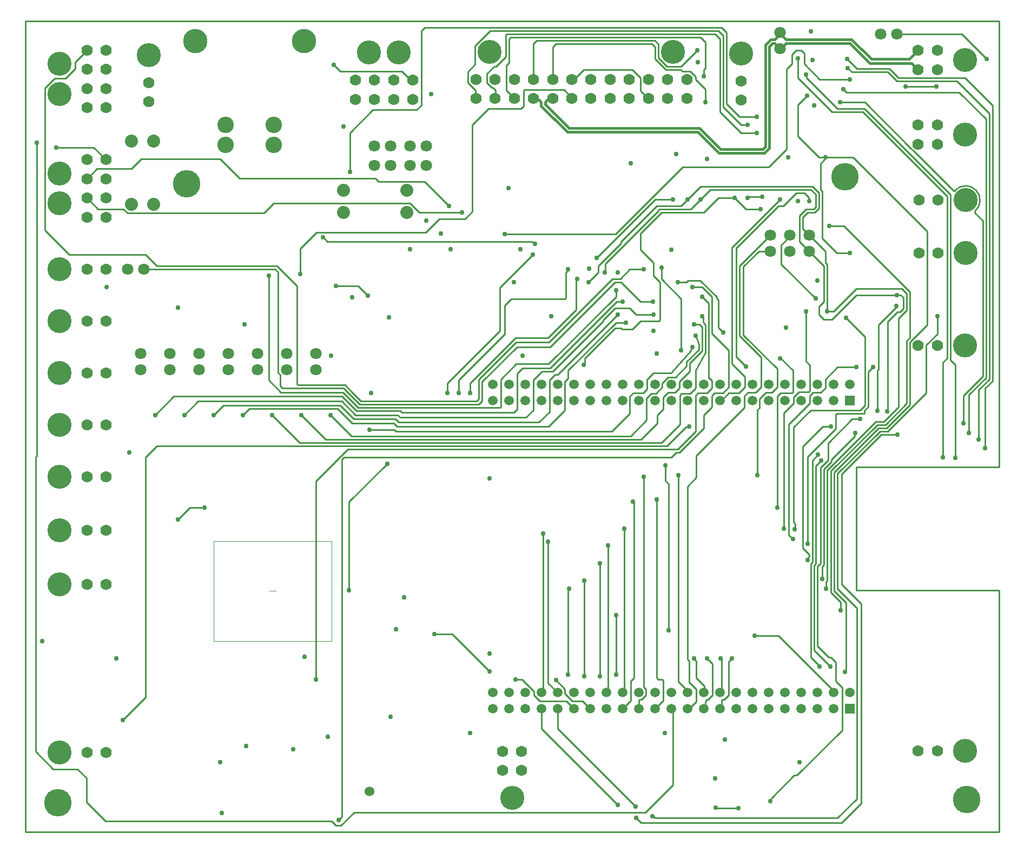
<source format=gbl>
G04*
G04 #@! TF.GenerationSoftware,Altium Limited,Altium Designer,22.9.1 (49)*
G04*
G04 Layer_Physical_Order=4*
G04 Layer_Color=16711680*
%FSLAX25Y25*%
%MOIN*%
G70*
G04*
G04 #@! TF.SameCoordinates,36EF0E7F-D301-4510-A27B-750B1A952FF3*
G04*
G04*
G04 #@! TF.FilePolarity,Positive*
G04*
G01*
G75*
%ADD13C,0.01000*%
%ADD16C,0.00197*%
%ADD17C,0.00394*%
%ADD37C,0.03000*%
%ADD122C,0.01500*%
%ADD123C,0.05906*%
%ADD124R,0.05906X0.05906*%
%ADD125C,0.07000*%
%ADD126C,0.14800*%
%ADD127C,0.07087*%
%ADD128C,0.08000*%
%ADD129C,0.16929*%
%ADD130C,0.10158*%
%ADD131C,0.06000*%
%ADD132C,0.15000*%
%ADD146C,0.01000*%
D13*
X545953Y421461D02*
G03*
X547561Y419853I4247J2639D01*
G01*
X585495Y382920D02*
G03*
X585494Y382920I707J-708D01*
G01*
X585509Y382935D02*
G03*
X573130Y395716I-6009J6565D01*
G01*
X585495Y382920D02*
G03*
X585494Y382920I707J-708D01*
G01*
X585509Y382935D02*
G03*
X573130Y395716I-6009J6565D01*
G01*
X573122Y395707D02*
G03*
X573130Y395716I-707J707D01*
G01*
X545953Y421461D02*
G03*
X547561Y419853I4247J2639D01*
G01*
X525843Y249000D02*
X530803D01*
X527500Y245000D02*
X537500D01*
X503000Y152500D02*
Y220500D01*
X498500Y221657D02*
X525843Y249000D01*
X526672Y247000D02*
X531632D01*
X503000Y220500D02*
X527500Y245000D01*
X500500Y150000D02*
Y220828D01*
X498500Y148500D02*
Y221657D01*
X500500Y220828D02*
X526672Y247000D01*
X494674Y229159D02*
Y239674D01*
X492000Y164772D02*
Y223657D01*
X490000Y165601D02*
Y224485D01*
X525000Y251000D02*
X529975D01*
X494000Y154757D02*
Y222828D01*
X498674Y227503D01*
X492000Y223657D02*
X496674Y228331D01*
X487000Y225728D02*
X490381Y229109D01*
X496500Y147672D02*
Y222500D01*
X525000Y251000D01*
X490000Y224485D02*
X494674Y229159D01*
X487000Y165429D02*
Y225728D01*
X496674Y228331D02*
Y229674D01*
X485000Y229074D02*
X488632Y232706D01*
X498674Y227503D02*
Y227674D01*
X485000Y166257D02*
Y229074D01*
X495260Y107500D02*
X496500D01*
X496674Y229674D02*
X511129Y244129D01*
X524000Y253000D02*
X529147D01*
X498674Y227674D02*
X524000Y253000D01*
X488000Y114760D02*
Y163601D01*
X494674Y239674D02*
X509500Y254500D01*
X488000Y114760D02*
X495260Y107500D01*
X503000Y152500D02*
X515000Y140500D01*
X500500Y150000D02*
X512453Y138047D01*
X493500Y154257D02*
X494000Y154757D01*
X493500Y150000D02*
Y154257D01*
X498500Y148500D02*
X505750Y141250D01*
X496500Y147672D02*
X502500Y141672D01*
X486000Y112000D02*
X496000Y102000D01*
X488000Y163601D02*
X490000Y165601D01*
X486000Y164429D02*
X487000Y165429D01*
X484000Y165257D02*
X485000Y166257D01*
X484000Y107743D02*
Y165257D01*
X486000Y112000D02*
Y164429D01*
X491000Y163772D02*
X492000Y164772D01*
X491000Y156000D02*
Y163772D01*
X484000Y107743D02*
X489500Y102243D01*
X483000Y170041D02*
Y171000D01*
X482383Y169424D02*
X483000Y170041D01*
X482383Y167883D02*
Y169424D01*
X479000Y175000D02*
X483000Y171000D01*
X482000Y231257D02*
X499500Y248757D01*
X482000Y177500D02*
Y231257D01*
Y167500D02*
X482383Y167883D01*
X479000Y175000D02*
Y237500D01*
X500086Y258000D02*
X517000D01*
X499500Y248757D02*
Y257414D01*
X479000Y237500D02*
X491500Y250000D01*
X496500D01*
X499500Y257414D02*
X500086Y258000D01*
X474383Y189054D02*
X474500Y189172D01*
X474383Y186883D02*
Y189054D01*
X474000Y186500D02*
X474383Y186883D01*
X473500Y191000D02*
X474500Y190000D01*
Y189172D02*
Y190000D01*
X473500Y191000D02*
Y249500D01*
X484000Y260000D01*
X232000Y469000D02*
X239000Y462000D01*
X190000Y473000D02*
X194000Y469000D01*
X232000D01*
X246000Y401000D02*
X261000Y386000D01*
X217868Y401000D02*
X246000D01*
X497000Y316000D02*
X512000Y331000D01*
X492000Y316000D02*
X497000D01*
X489000Y319000D02*
X492000Y316000D01*
X506000Y456000D02*
X575500D01*
X531500Y468500D02*
X537000Y463000D01*
X538041Y465000D02*
X579000D01*
X575500Y456000D02*
X592000Y439500D01*
X489500Y464000D02*
X508000D01*
X537000Y463000D02*
X574000D01*
X532541Y470500D02*
X538041Y465000D01*
X579000D02*
X596000Y448000D01*
X574000Y463000D02*
X594000Y443000D01*
X504000Y458000D02*
X506000Y456000D01*
X542500Y459500D02*
X561500D01*
X480000Y473500D02*
X489500Y464000D01*
X512500Y470500D02*
X532541D01*
X509404Y468500D02*
X531500D01*
X506952Y470952D02*
X509404Y468500D01*
X506500Y476500D02*
X512500Y470500D01*
X537000Y492000D02*
X577000D01*
X592500Y476500D01*
X318000Y63500D02*
Y76000D01*
Y63500D02*
X365000Y16500D01*
X376500Y8500D02*
X379500Y5500D01*
X503000D01*
X387041Y9500D02*
X388041Y8500D01*
X500500D01*
X512453Y20453D01*
X386500Y9500D02*
X387041D01*
X503000Y5500D02*
X515000Y17500D01*
Y140500D01*
X512453Y20453D02*
Y138047D01*
X425500Y15000D02*
X425750Y14750D01*
X439250D02*
X439500Y14500D01*
X425750Y14750D02*
X439250D01*
X511129Y244129D02*
Y245629D01*
X511500Y246000D01*
X464000Y121000D02*
X499000Y86000D01*
X529975Y251000D02*
X543200Y264225D01*
X531632Y247000D02*
X555200Y270568D01*
Y300271D01*
X545200Y263397D02*
Y302071D01*
X529147Y253000D02*
X538000Y261853D01*
X530803Y249000D02*
X545200Y263397D01*
X538000Y261853D02*
Y316515D01*
X543200Y264225D02*
Y302899D01*
X505030Y99221D02*
X505750Y99941D01*
X505030Y98680D02*
Y99221D01*
X505750Y99941D02*
Y141250D01*
X502500Y136500D02*
Y141672D01*
X470500Y183000D02*
Y251203D01*
X483453Y264156D01*
X470500Y183000D02*
X473000Y180500D01*
X505931Y316854D02*
X517500Y305285D01*
X505717Y316854D02*
X505931D01*
X438000Y293000D02*
X444000Y287000D01*
X517500Y263000D02*
Y305285D01*
X359000Y86000D02*
Y176500D01*
X133000Y403000D02*
X215868D01*
X132000D02*
X133000D01*
X402500Y92500D02*
X409000Y86000D01*
X319000D02*
Y184000D01*
X369000Y86000D02*
Y187000D01*
X333000Y345000D02*
X335000Y347000D01*
X334630Y347370D02*
X335000Y347000D01*
X429000Y86000D02*
Y106500D01*
Y76000D02*
Y80961D01*
X419000Y76000D02*
Y80500D01*
X397586Y283000D02*
X398000D01*
X387000D02*
X397586D01*
X399000Y29000D02*
Y76000D01*
X547561Y419853D02*
X572000Y395414D01*
X517414Y450000D02*
X545953Y421461D01*
X585201Y382627D02*
X585494Y382920D01*
X585495Y382920D02*
X585509Y382935D01*
X585201Y382213D02*
Y382627D01*
X572000Y395414D02*
X572414D01*
X585201Y381799D02*
Y382213D01*
X572414Y395414D02*
X572829D01*
X495500Y373500D02*
X504500D01*
X545000Y333000D01*
X328000Y63500D02*
Y76000D01*
Y63500D02*
X376000Y15500D01*
X475487Y34815D02*
X503453Y62781D01*
Y89047D01*
X473806Y34815D02*
X475487D01*
X510000Y416000D02*
X555700Y370300D01*
X555200Y300271D02*
X562000Y307071D01*
Y318000D01*
X545000Y304699D02*
Y333000D01*
X555700Y312571D02*
Y370300D01*
X543200Y302899D02*
X545000Y304699D01*
X545200Y302071D02*
X555700Y312571D01*
X489500Y102000D02*
Y102243D01*
X199500Y203500D02*
X223000Y227000D01*
X199500Y149000D02*
Y203500D01*
X596000Y278000D02*
Y448000D01*
X594000Y279000D02*
Y443000D01*
X592000Y280000D02*
Y439500D01*
X585201Y381799D02*
X590000Y377000D01*
X572829Y395414D02*
X573121Y395707D01*
X516000Y444000D02*
X568000Y392000D01*
X517000Y446000D02*
X570000Y393000D01*
X500343Y446000D02*
X517000D01*
X568000Y292000D02*
Y392000D01*
X570000Y291000D02*
Y393000D01*
X502000Y450000D02*
X517414D01*
X497000Y444000D02*
X516000D01*
X481470Y464873D02*
X500343Y446000D01*
X565500Y289500D02*
X568000Y292000D01*
X476000Y465000D02*
X497000Y444000D01*
X578000Y268828D02*
X590000Y280828D01*
Y377000D01*
X570000Y291000D02*
X573000Y288000D01*
X489000Y416000D02*
X493000D01*
X476000Y429000D02*
X489000Y416000D01*
X476000Y448298D02*
X481702Y454000D01*
X476000Y429000D02*
Y448298D01*
Y465000D02*
Y477000D01*
X481000Y467000D02*
X481470Y466530D01*
Y464873D02*
Y466530D01*
X565500Y231000D02*
Y289500D01*
X493000Y416000D02*
X510000D01*
X101500Y200000D02*
X110500D01*
X94000Y192500D02*
X101500Y200000D01*
X302000Y94000D02*
X306297D01*
X313500Y86797D01*
Y84203D02*
Y86797D01*
Y84203D02*
X317156Y80547D01*
X333453D01*
X338000Y76000D01*
X327000Y93500D02*
X332453Y88047D01*
Y85250D02*
Y88047D01*
Y85250D02*
X337156Y80547D01*
X343453D01*
X348000Y76000D01*
X322250Y91750D02*
Y179000D01*
Y91750D02*
X328000Y86000D01*
X329000D01*
X334500Y97000D02*
Y148824D01*
X344547Y96000D02*
Y154953D01*
X344500Y155000D02*
X344547Y154953D01*
X212000Y248000D02*
X227541D01*
X7000Y231672D02*
Y425000D01*
X6500Y49500D02*
Y231172D01*
Y49500D02*
X17250Y38750D01*
X6500Y231172D02*
X7000Y231672D01*
X74000Y231000D02*
X81000Y238000D01*
X60000Y69000D02*
X74000Y83000D01*
Y231000D01*
X195180Y229594D02*
X196586Y231000D01*
X195180Y9262D02*
Y229594D01*
X193330Y7580D02*
X193498D01*
X193000Y7250D02*
X193330Y7580D01*
X193498D02*
X195180Y9262D01*
X196586Y231000D02*
X398000D01*
X292500Y309000D02*
Y335642D01*
X312740Y355882D01*
X295500Y324500D02*
X299500Y328500D01*
X332414D01*
X333000Y329086D01*
Y345000D01*
X480000Y473500D02*
Y480000D01*
X186218Y364000D02*
X312164D01*
X179500Y369750D02*
X246750D01*
X336800Y452200D02*
X337000Y452000D01*
X246750Y369750D02*
X255000Y378000D01*
X312164Y364000D02*
X313664Y362500D01*
X271000Y378000D02*
X275500Y382500D01*
X183500Y366500D02*
X183718D01*
X255000Y378000D02*
X271000D01*
X183718Y366500D02*
X186218Y364000D01*
X313664Y362500D02*
X314000D01*
X169500Y359750D02*
X179500Y369750D01*
X316500Y252500D02*
X323000Y259000D01*
Y278500D02*
X326500Y282000D01*
X323000Y259000D02*
Y278500D01*
X490297Y271000D02*
X493000Y273703D01*
Y279000D02*
X500500Y286500D01*
X493000Y273703D02*
Y279000D01*
X500500Y286500D02*
X512000D01*
X483453Y264156D02*
Y268953D01*
X485500Y271000D02*
X490297D01*
X483453Y268953D02*
X485500Y271000D01*
X476924Y271424D02*
X482751D01*
X483500Y272173D01*
X473453Y267953D02*
X476924Y271424D01*
X483500Y272173D02*
Y287797D01*
X473453Y264156D02*
Y267953D01*
X473000Y271086D02*
Y284500D01*
X465500Y292000D02*
X473000Y284500D01*
X472414Y270500D02*
X473000Y271086D01*
X465500Y270500D02*
X472414D01*
X452500Y261500D02*
Y267000D01*
X456500Y271000D01*
X460297D01*
X451000Y260000D02*
X452500Y261500D01*
X420000Y270500D02*
X423000Y273500D01*
Y278297D01*
X414500Y270500D02*
X420000D01*
X445250Y271000D02*
X450297D01*
X443000Y268750D02*
X445250Y271000D01*
X443000Y261500D02*
Y268750D01*
X413500Y232000D02*
X443000Y261500D01*
X423000Y269000D02*
X424726Y270726D01*
X430024D01*
X423000Y262000D02*
Y269000D01*
X418000Y257000D02*
X423000Y262000D01*
X421000Y280139D02*
X421369Y279771D01*
X421000Y280139D02*
Y326000D01*
X421448Y279850D02*
X423000Y278297D01*
X430024Y270726D02*
X433453Y274156D01*
X413000Y269000D02*
X414500Y270500D01*
X402000Y236000D02*
X413000Y247000D01*
Y269000D01*
X383000Y279000D02*
X387000Y283000D01*
X383000Y273000D02*
Y279000D01*
X380687Y270687D02*
X383000Y273000D01*
X409750Y270453D02*
X413000Y273703D01*
Y284766D02*
X419000Y295686D01*
X413000Y273703D02*
Y284766D01*
X440000Y441000D02*
X450768D01*
X441000Y431000D02*
X450768D01*
X194596Y4000D02*
X202696Y12100D01*
X188904Y6500D02*
X191404Y4000D01*
X194596D01*
X363672Y368500D02*
X405172Y410000D01*
X295500Y368500D02*
X363672D01*
X49500Y6500D02*
X188904D01*
X37750Y18250D02*
X49500Y6500D01*
X478000Y482000D02*
X480000Y480000D01*
X475000Y482000D02*
X478000D01*
X472343Y479343D02*
X475000Y482000D01*
X472343Y473500D02*
Y479343D01*
X469000Y470157D02*
X472343Y473500D01*
X469000Y421000D02*
Y470157D01*
X307586Y457500D02*
X332000D01*
X336800Y452700D01*
Y452200D02*
Y452700D01*
X307000Y447500D02*
Y456914D01*
X307586Y457500D01*
X305500Y446000D02*
X307000Y447500D01*
X285500Y446000D02*
X305500D01*
X275500Y436000D02*
X285500Y446000D01*
X275500Y382500D02*
Y436000D01*
X405172Y410000D02*
X458000D01*
X469000Y421000D01*
X191500Y336500D02*
X205000D01*
X211000Y330500D01*
X374978Y201686D02*
Y203022D01*
X374500Y203500D02*
X374978Y203022D01*
Y201686D02*
X375000Y201664D01*
Y95000D02*
Y201664D01*
X389000Y95000D02*
Y205000D01*
Y95000D02*
X390000Y94000D01*
X295500Y307000D02*
Y324500D01*
X260000Y276500D02*
X292500Y309000D01*
X260000Y270500D02*
Y276500D01*
X267000Y270500D02*
Y278500D01*
X295500Y307000D01*
X339522Y339186D02*
Y340522D01*
X339500Y322000D02*
Y339164D01*
X339522Y340522D02*
X340000Y341000D01*
X339500Y339164D02*
X339522Y339186D01*
X302000Y304500D02*
X322000D01*
X339500Y322000D01*
X274000Y270500D02*
Y276500D01*
X302000Y304500D01*
X279500Y279000D02*
X302500Y302000D01*
X322657D02*
X361720Y341063D01*
X302500Y302000D02*
X322657D01*
X279500Y267000D02*
Y279000D01*
X278164Y265664D02*
X279500Y267000D01*
X206664Y265664D02*
X278164D01*
X201500Y270828D02*
X206664Y265664D01*
X201500Y270828D02*
Y271000D01*
X197000Y275500D02*
X201500Y271000D01*
X168086Y275500D02*
X197000D01*
X167500Y276086D02*
Y336500D01*
Y276086D02*
X168086Y275500D01*
X196000Y273500D02*
X206000Y263500D01*
X158500Y273500D02*
X196000D01*
X195672Y271000D02*
X205172Y261500D01*
X157500Y271000D02*
X195672D01*
X91500Y268500D02*
X195000D01*
X205172Y261500D02*
X292414D01*
X195000Y268500D02*
X204000Y259500D01*
X155000Y349000D02*
X167500Y336500D01*
X154000Y347000D02*
X155957Y345043D01*
Y282911D02*
X157000Y281868D01*
X155957Y282911D02*
Y345043D01*
X73000Y347000D02*
X154000D01*
X303000Y299000D02*
X323500D01*
X281500Y277500D02*
X303000Y299000D01*
X281500Y265500D02*
Y277500D01*
X279500Y263500D02*
X281500Y265500D01*
X206000Y263500D02*
X279500D01*
X292414Y261500D02*
X293000Y262086D01*
Y279000D01*
X157000Y275000D02*
X158500Y273500D01*
X157000Y275000D02*
Y281868D01*
X363500Y339000D02*
X367000D01*
X323500Y299000D02*
X363500Y339000D01*
X364000Y330000D02*
Y334000D01*
X367000Y339000D02*
X379000Y327000D01*
X322500Y288500D02*
X364000Y330000D01*
X302500Y288500D02*
X322500D01*
X293000Y279000D02*
X302500Y288500D01*
X231000Y259500D02*
X232000Y258500D01*
X204000Y259500D02*
X231000D01*
X232000Y258500D02*
X301000D01*
X80000Y257000D02*
X91500Y268500D01*
X150000Y278500D02*
X157500Y271000D01*
X150000Y278500D02*
Y343000D01*
X303000Y282500D02*
X306500Y286000D01*
X323515D01*
X303000Y260500D02*
Y282500D01*
X301000Y258500D02*
X303000Y260500D01*
X229500Y257000D02*
X231000Y255500D01*
X203500Y257000D02*
X229500D01*
X231000Y255500D02*
X308500D01*
X195000Y265500D02*
X203500Y257000D01*
X106500Y265500D02*
X195000D01*
X313000Y278500D02*
X318500Y284000D01*
X313000Y260000D02*
Y278500D01*
X308500Y255500D02*
X313000Y260000D01*
X318500Y284000D02*
X325000D01*
X332500Y277500D02*
X334547Y279547D01*
X328000Y282000D02*
X365000Y319000D01*
X332500Y261000D02*
X332586Y260914D01*
X334547Y279547D02*
Y284547D01*
X332586Y260086D02*
Y260914D01*
X332500Y261000D02*
Y277500D01*
X334547Y284547D02*
X364000Y314000D01*
X326500Y282000D02*
X328000D01*
X322500Y250000D02*
X332586Y260086D01*
X230000Y252500D02*
X316500D01*
X228000Y254500D02*
X230000Y252500D01*
X202500Y254500D02*
X228000D01*
X201500Y252000D02*
X227000D01*
X229000Y250000D01*
X322500D01*
X98000Y257000D02*
X106500Y265500D01*
X138000Y261000D02*
X192500D01*
X116000Y257000D02*
X122000Y263000D01*
X194000D01*
X202500Y254500D01*
X192500Y261000D02*
X201500Y252000D01*
X325000Y284000D02*
X356000Y315000D01*
Y315657D01*
X323515Y286000D02*
X364515Y327000D01*
X368000D01*
X361500Y247000D02*
X372500Y258000D01*
X373000Y244000D02*
X382818Y253818D01*
Y267318D01*
X385953Y270453D01*
X228541Y247000D02*
X361500D01*
X374687Y270687D02*
X380687D01*
X372500Y268500D02*
X374687Y270687D01*
X372500Y258000D02*
Y268500D01*
X389364Y251864D02*
Y256864D01*
X393000Y260500D01*
Y268000D01*
X388750Y270453D02*
X392453Y274156D01*
X385953Y270453D02*
X388750D01*
X201000Y244000D02*
X373000D01*
X396000Y271000D02*
X400500D01*
X403453Y251453D02*
Y269453D01*
X404453Y270453D01*
X393000Y268000D02*
X396000Y271000D01*
X400500D02*
X403000Y273500D01*
X404453Y270453D02*
X409750D01*
X379500Y242000D02*
X389364Y251864D01*
X185000Y242000D02*
X379500D01*
X392000Y240000D02*
X403453Y251453D01*
X400738Y280453D02*
X407500Y287215D01*
Y289843D02*
X415000Y297343D01*
X409500Y289015D02*
X417000Y296515D01*
X407500Y287215D02*
Y289843D01*
X403000Y277500D02*
X409500Y284000D01*
Y289015D01*
X403000Y273500D02*
Y277500D01*
X396156Y280453D02*
X400738D01*
X392453Y276750D02*
X396156Y280453D01*
X392453Y274156D02*
Y276750D01*
X169000Y240000D02*
X392000D01*
X81000Y238000D02*
X395500D01*
X408522Y249522D02*
X409000Y250000D01*
X407022Y249522D02*
X408522D01*
X395500Y238000D02*
X407022Y249522D01*
X134000Y257000D02*
X138000Y261000D01*
X169500Y344000D02*
Y359750D01*
X373000Y93000D02*
X375000Y95000D01*
X368000Y76000D02*
X373000Y81000D01*
Y93000D01*
X381000Y89297D02*
Y219000D01*
X403000Y234000D02*
X418000Y249000D01*
X198757Y236000D02*
X402000D01*
X398000Y231000D02*
X401000Y234000D01*
X403000D01*
X418000Y249000D02*
Y257000D01*
X381000Y89297D02*
X382453Y87844D01*
X378000Y76000D02*
Y80961D01*
X378586Y81547D01*
X379844D01*
X382453Y84156D01*
Y87844D01*
X392414Y94000D02*
X393000Y93414D01*
X390000Y94000D02*
X392414D01*
X393000Y81000D02*
Y93414D01*
X388000Y76000D02*
X393000Y81000D01*
X531202Y259298D02*
X531500Y259596D01*
Y314500D01*
X537500Y320500D01*
X525000Y259500D02*
Y284404D01*
X525750Y285154D01*
X509500Y254500D02*
X514500D01*
X499500Y93000D02*
Y104500D01*
X496500Y107500D02*
X499500Y104500D01*
Y93000D02*
X503453Y89047D01*
X538000Y316515D02*
X543000Y321515D01*
X420000Y107000D02*
X423500Y103500D01*
X412000Y106664D02*
Y107000D01*
X428500D02*
X429000Y106500D01*
X433453Y104953D02*
X435500Y107000D01*
X413500Y95000D02*
Y105164D01*
X412000Y106664D02*
X413500Y105164D01*
X449500Y121000D02*
X464000D01*
X517000Y259672D02*
X519500Y262172D01*
Y283500D02*
X522500Y286500D01*
X519500Y262172D02*
Y283500D01*
X517000Y258000D02*
Y259672D01*
X484000Y260000D02*
X514500D01*
X517500Y263000D01*
X481000Y290297D02*
X483500Y287797D01*
X467500Y187000D02*
Y258203D01*
X473453Y264156D01*
X465000Y292000D02*
X465500D01*
X463500Y268500D02*
X465500Y270500D01*
X463500Y200000D02*
Y268500D01*
X442586Y306414D02*
X463453Y285547D01*
Y274156D02*
Y285547D01*
X460297Y271000D02*
X463453Y274156D01*
X573000Y230500D02*
Y288000D01*
X591500Y236500D02*
Y273500D01*
X596000Y278000D01*
X587500Y272500D02*
X594000Y279000D01*
X587500Y242000D02*
Y272500D01*
X581500Y269500D02*
X592000Y280000D01*
X581500Y246000D02*
Y269500D01*
X578000Y252000D02*
Y268828D01*
X541000Y322500D02*
Y329500D01*
X537500Y320500D02*
X539000D01*
X541000Y322500D01*
X543000Y321515D02*
Y332000D01*
X540000Y335000D02*
X543000Y332000D01*
X512000Y335000D02*
X540000D01*
X525750Y312750D02*
X536719Y323719D01*
Y324310D01*
X525750Y285154D02*
Y312750D01*
X539548Y330952D02*
X541000Y329500D01*
X537000Y331000D02*
X537048Y330952D01*
X539548D01*
X512000Y331000D02*
X537000D01*
X481000Y290297D02*
Y321000D01*
X364000Y133500D02*
X364040Y133460D01*
Y123364D02*
Y133460D01*
X354000Y96000D02*
Y165500D01*
X413500Y218500D02*
Y232000D01*
X408000Y213000D02*
X413500Y218500D01*
X408000Y106404D02*
Y213000D01*
Y106404D02*
X409000Y105404D01*
Y92297D02*
Y105404D01*
X396532Y124469D02*
Y214469D01*
X394500Y216500D02*
X396532Y214469D01*
X402500Y92500D02*
Y220000D01*
X413453Y80453D02*
Y87844D01*
X409000Y76000D02*
X413453Y80453D01*
X409000Y92297D02*
X413453Y87844D01*
X413500Y95000D02*
X418633Y89867D01*
Y86367D02*
X419000Y86000D01*
X418633Y86367D02*
Y89867D01*
X433453Y84156D02*
Y104953D01*
X429000Y80961D02*
X429586Y81547D01*
X430844D01*
X433453Y84156D01*
X423500Y84203D02*
Y103500D01*
X420844Y81547D02*
X423500Y84203D01*
X420047Y81547D02*
X420844D01*
X419000Y80500D02*
X420047Y81547D01*
X364000Y97000D02*
Y123324D01*
X364040Y123364D01*
X394500Y216500D02*
Y226000D01*
X65500Y409000D02*
X71500Y415000D01*
X120000D02*
X132000Y403000D01*
X71500Y415000D02*
X120000D01*
X38000Y402700D02*
X44300Y409000D01*
X65500D01*
X202696Y12100D02*
X382100D01*
X37750Y18250D02*
Y33250D01*
X17250Y38750D02*
X32250D01*
X459793Y20803D02*
X473806Y34815D01*
X263000Y122000D02*
X286000Y99000D01*
X252000Y122000D02*
X263000D01*
X491000Y366000D02*
Y395000D01*
X490000Y396000D02*
X491000Y395000D01*
X486485Y382000D02*
X489000Y384515D01*
Y394080D01*
X485080Y398000D02*
X489000Y394080D01*
X484251Y396000D02*
X487000Y393251D01*
X485657Y384000D02*
X487000Y385343D01*
X482702Y389298D02*
Y391298D01*
Y389298D02*
X483000Y389000D01*
X487000Y385343D02*
Y393251D01*
X481000Y384000D02*
X485657D01*
X480000Y394000D02*
X482702Y391298D01*
X491000Y366000D02*
X500000Y357000D01*
X508000D01*
X490000Y396000D02*
Y412000D01*
X492202Y414202D02*
Y414525D01*
X493000Y415324D02*
Y416000D01*
X492202Y414525D02*
X493000Y415324D01*
X490000Y412000D02*
X492202Y414202D01*
X416000Y398000D02*
X485080D01*
X422000Y396000D02*
X484251D01*
X415414Y313000D02*
X417000Y311414D01*
X412000Y313000D02*
X415414D01*
X179000Y216243D02*
X198757Y236000D01*
X179000Y94000D02*
Y216243D01*
X379000Y359000D02*
X387000Y351000D01*
Y343000D02*
Y351000D01*
X379000Y359000D02*
Y369000D01*
X387000Y343000D02*
X391000Y339000D01*
X392000Y341000D02*
Y348000D01*
Y341000D02*
X404293Y328707D01*
X366657Y341063D02*
X372594Y347000D01*
X381000D01*
X361720Y341063D02*
X366657D01*
X391000Y315586D02*
Y339000D01*
X242778Y382000D02*
X269000D01*
X352000Y354000D02*
X388000Y390000D01*
X352000Y353000D02*
Y354000D01*
X388000Y390000D02*
X399000D01*
X404100Y472100D02*
X414000Y482000D01*
X395514Y472100D02*
X404100D01*
X427000Y311000D02*
Y328000D01*
Y311000D02*
X430000Y308000D01*
X483000Y368000D02*
X493000Y358000D01*
X479000Y372000D02*
X483000Y368000D01*
X451000Y220000D02*
Y260000D01*
X440000Y306000D02*
X453453Y292547D01*
X440000Y306000D02*
Y349000D01*
X453453Y274156D02*
Y292547D01*
X450297Y271000D02*
X453453Y274156D01*
X442586Y306414D02*
Y348586D01*
X426000Y329000D02*
X427000Y328000D01*
X426000Y329000D02*
Y329828D01*
X415828Y340000D02*
X426000Y329828D01*
X408370Y340000D02*
X415828D01*
X402000Y339000D02*
X407370D01*
X408370Y340000D01*
X417000Y330000D02*
X421000Y326000D01*
X411000Y336000D02*
X417000D01*
X423000Y307304D02*
X433453Y296851D01*
X423000Y307304D02*
Y330000D01*
X417000Y336000D02*
X423000Y330000D01*
X435453Y288547D02*
Y360453D01*
X443453Y274156D02*
Y280547D01*
X435453Y288547D02*
X443453Y280547D01*
X439844Y270547D02*
X443453Y274156D01*
X433547Y270547D02*
X439844D01*
X442586Y348586D02*
X452000Y358000D01*
X459000D01*
X440000Y349000D02*
X459000Y368000D01*
X493000Y350828D02*
Y358000D01*
Y350828D02*
X494000Y349828D01*
Y321000D02*
Y349828D01*
Y321000D02*
X498000D01*
X512000Y335000D01*
X483000Y358000D02*
X492000Y349000D01*
Y327000D02*
Y349000D01*
X489000Y319000D02*
Y324000D01*
X492000Y327000D01*
X471000Y367000D02*
Y368000D01*
X465957Y361957D02*
X471000Y367000D01*
X465957Y350043D02*
X487000Y329000D01*
X465957Y350043D02*
Y361957D01*
X445518Y391518D02*
X454000D01*
X445000Y391000D02*
X445518Y391518D01*
X437000Y391000D02*
X444000Y384000D01*
X453000D01*
X479000Y379000D02*
X482000Y382000D01*
X479000Y372000D02*
Y379000D01*
X482000Y382000D02*
X486485D01*
X408000Y390000D02*
X416000Y398000D01*
X477000Y364000D02*
X483000Y358000D01*
X477000Y364000D02*
Y380000D01*
X481000Y384000D01*
X416000Y390000D02*
X422000Y396000D01*
X475000Y394000D02*
X480000D01*
X467000Y386000D02*
X475000Y394000D01*
X435453Y360453D02*
X465000Y390000D01*
X464000Y386000D02*
X467000D01*
X438000Y293000D02*
Y360000D01*
X464000Y386000D01*
X382100Y12100D02*
X399000Y29000D01*
X379000Y457000D02*
X383800Y452200D01*
X374000Y470000D02*
X379000Y465000D01*
Y457000D02*
Y465000D01*
X428000Y444000D02*
X441000Y431000D01*
X428000Y444000D02*
Y489000D01*
X344000Y470000D02*
X374000D01*
X336800Y464000D02*
X338000D01*
X344000Y470000D01*
X383800Y452200D02*
X384100D01*
X429000Y266000D02*
X433547Y270547D01*
X419000Y471000D02*
Y487000D01*
X299000Y490000D02*
X416000D01*
X419000Y487000D01*
X298000Y489000D02*
X299000Y490000D01*
X298000Y474212D02*
Y489000D01*
X418000Y466000D02*
Y470000D01*
X296586Y492000D02*
X425000D01*
X428000Y489000D01*
X427000Y494000D02*
X430000Y491000D01*
Y447000D02*
Y491000D01*
X441000Y436000D02*
X445000D01*
X430000Y447000D02*
X441000Y436000D01*
X432100Y448900D02*
Y492900D01*
Y448900D02*
X440000Y441000D01*
X429000Y496000D02*
X432100Y492900D01*
X409771Y469000D02*
X413000Y465771D01*
X419000Y450000D02*
Y458000D01*
X413000Y464000D02*
Y465771D01*
Y464000D02*
X419000Y458000D01*
X418000Y470000D02*
X419000Y471000D01*
X403900Y470100D02*
X405000Y469000D01*
X394685Y470100D02*
X403900D01*
X405000Y469000D02*
X409771D01*
X246000Y496000D02*
X429000D01*
X244000Y494000D02*
X246000Y496000D01*
X296400Y472612D02*
X298000Y474212D01*
X296400Y457200D02*
Y472612D01*
X296000Y478000D02*
Y491414D01*
X296586Y492000D01*
X289100Y472100D02*
X290100D01*
X284600Y467600D02*
X289100Y472100D01*
X290100D02*
X296000Y478000D01*
X388300Y476485D02*
X394685Y470100D01*
X390300Y477314D02*
X395514Y472100D01*
X388300Y476485D02*
Y484000D01*
X390300Y477314D02*
Y485700D01*
X327000Y486000D02*
X386300D01*
X388300Y484000D01*
X388000Y488000D02*
X390300Y485700D01*
X315000Y488000D02*
X388000D01*
X286614Y494000D02*
X427000D01*
Y391000D02*
X437000D01*
X418000Y382000D02*
X427000Y391000D01*
X392000Y382000D02*
X418000D01*
X379000Y369000D02*
X392000Y382000D01*
X390000Y383000D02*
Y383414D01*
X357459Y345459D02*
Y350459D01*
X390000Y383000D01*
X367000Y362828D02*
Y364000D01*
X353000Y348828D02*
X367000Y362828D01*
X353000Y345000D02*
Y348828D01*
X390000Y383414D02*
X390586Y384000D01*
X410000D02*
X416000Y390000D01*
X390586Y384000D02*
X410000D01*
X357000Y345000D02*
X357459Y345459D01*
X389000Y386000D02*
X404000D01*
X367000Y364000D02*
X389000Y386000D01*
X404000D02*
X408000Y390000D01*
X347000Y339000D02*
X353000Y345000D01*
X379000Y315000D02*
X390414D01*
X391000Y315586D01*
X374000Y310000D02*
X379000Y315000D01*
X363343Y323000D02*
X372630D01*
X376630Y319000D02*
X387000D01*
X372630Y323000D02*
X376630Y319000D01*
X363414Y310586D02*
X367243D01*
X367828Y310000D01*
X374000D01*
X344765Y291937D02*
X363414Y310586D01*
X344000Y288000D02*
X344765Y288765D01*
Y291937D01*
X170000Y257000D02*
X185000Y242000D01*
X152000Y257000D02*
X169000Y240000D01*
X227541Y248000D02*
X228541Y247000D01*
X188000Y257000D02*
X201000Y244000D01*
X433453Y274156D02*
Y296851D01*
X364000Y314000D02*
X370000D01*
X404293Y297000D02*
Y328707D01*
X379000Y327000D02*
X386918D01*
X325000Y464000D02*
Y484000D01*
X327000Y486000D01*
X313000Y464000D02*
Y486000D01*
X315000Y488000D01*
X296400Y457200D02*
X301400Y452200D01*
X288071Y459000D02*
X289871Y457200D01*
X287529Y459000D02*
X288071D01*
X284600Y461929D02*
X287529Y459000D01*
X284600Y461929D02*
Y467600D01*
X289600Y452200D02*
X289871Y452471D01*
Y457200D01*
X277300Y484687D02*
X286614Y494000D01*
X244000Y448000D02*
Y494000D01*
X272800Y468800D02*
X277300Y473300D01*
Y484687D01*
X277529Y452471D02*
X277800Y452200D01*
X277529Y452471D02*
Y457200D01*
X272800Y461929D02*
X277529Y457200D01*
X272800Y461929D02*
Y468800D01*
X215868Y403000D02*
X216161Y402707D01*
X217868Y401000D01*
X241200Y445200D02*
X244000Y448000D01*
X214200Y445200D02*
X241200D01*
X200000Y431000D02*
X214200Y445200D01*
X200000Y407000D02*
Y431000D01*
X42300Y422000D02*
X49800Y414500D01*
X19000Y422000D02*
X42300D01*
X60622Y384100D02*
X63222Y381500D01*
X38000Y390900D02*
X44800Y384100D01*
X63222Y381500D02*
X147250D01*
X237278Y387500D02*
X242778Y382000D01*
X44800Y384100D02*
X60622D01*
X147250Y381500D02*
X153250Y387500D01*
X237278D01*
X38000Y402700D02*
X38271Y402429D01*
X27000Y356000D02*
X74000D01*
X12100Y370900D02*
X27000Y356000D01*
X12100Y370900D02*
Y458687D01*
X24687Y464600D02*
X30769Y470683D01*
X18014Y464600D02*
X24687D01*
X12100Y458687D02*
X18014Y464600D01*
X32250Y38750D02*
X37750Y33250D01*
X413000Y306000D02*
X415000Y300657D01*
X409972Y296312D02*
X411000Y299000D01*
X419000Y295686D02*
Y312243D01*
X417765Y314566D02*
X419000Y312243D01*
X417765Y314566D02*
Y317073D01*
X415000Y297343D02*
Y300657D01*
X417000Y296515D02*
Y311414D01*
X398586Y283586D02*
X409972Y296312D01*
X398000Y283000D02*
X398586Y283586D01*
X417000Y317839D02*
X417765Y317073D01*
X30769Y474769D02*
X38000Y482000D01*
X30769Y470683D02*
Y474769D01*
X81000Y349000D02*
X155000D01*
X74000Y356000D02*
X81000Y349000D01*
X356000Y315657D02*
X363343Y323000D01*
X0Y0D02*
X600000D01*
Y149000D01*
X512000D02*
X600000D01*
X512000D02*
Y225000D01*
X600000D01*
Y500000D01*
X0D02*
X600000D01*
X0Y0D02*
Y500000D01*
D16*
X116083Y117594D02*
Y179406D01*
X188917Y117594D02*
Y179406D01*
X116083D02*
X188917D01*
X116083Y117594D02*
X188917D01*
D17*
X150532Y148500D02*
X154469D01*
D37*
X490381Y229109D02*
D03*
X488632Y232706D02*
D03*
X493500Y150000D02*
D03*
X491000Y156000D02*
D03*
X482000Y167500D02*
D03*
Y177500D02*
D03*
X496500Y250000D02*
D03*
X474000Y186500D02*
D03*
X508000Y464000D02*
D03*
X506952Y470952D02*
D03*
X506500Y476500D02*
D03*
X592500D02*
D03*
X561500Y459500D02*
D03*
X542500D02*
D03*
X365000Y16500D02*
D03*
X376500Y8500D02*
D03*
X425500Y15000D02*
D03*
X439500Y14500D02*
D03*
X537500Y245000D02*
D03*
X505717Y316854D02*
D03*
X444000Y287000D02*
D03*
X495500Y373500D02*
D03*
X376000Y15500D02*
D03*
X386500Y9500D02*
D03*
X562000Y318000D02*
D03*
X233500Y144500D02*
D03*
X228500Y125000D02*
D03*
X199500Y149000D02*
D03*
X223000Y227000D02*
D03*
X481702Y454000D02*
D03*
X486000Y448000D02*
D03*
X502000Y450000D02*
D03*
X110500Y200000D02*
D03*
X94000Y192500D02*
D03*
X327000Y93500D02*
D03*
X302000Y94000D02*
D03*
X322250Y179000D02*
D03*
X334500Y97000D02*
D03*
X344547Y96000D02*
D03*
X212000Y248000D02*
D03*
X64000Y234000D02*
D03*
X301000Y339000D02*
D03*
X121000Y11500D02*
D03*
X459000Y19000D02*
D03*
X425000Y33000D02*
D03*
X10500Y117500D02*
D03*
X324000Y318000D02*
D03*
X247000Y377000D02*
D03*
X94235Y323235D02*
D03*
X476000Y477000D02*
D03*
X484000Y493500D02*
D03*
X485000Y476000D02*
D03*
X450768Y431000D02*
D03*
Y441000D02*
D03*
X193000Y7250D02*
D03*
X165000Y51000D02*
D03*
X305000Y359250D02*
D03*
X237000D02*
D03*
X262000D02*
D03*
X314000Y362500D02*
D03*
X295500Y368500D02*
D03*
X477000Y43000D02*
D03*
X186500Y58500D02*
D03*
X188500Y293500D02*
D03*
X201500Y329500D02*
D03*
X191500Y336500D02*
D03*
X211000Y330500D02*
D03*
X389000Y205000D02*
D03*
X374500Y203500D02*
D03*
X381000Y219000D02*
D03*
X260000Y270500D02*
D03*
X274000D02*
D03*
X224263Y317263D02*
D03*
X213000Y270500D02*
D03*
X364000Y334000D02*
D03*
X306500Y293500D02*
D03*
X169500Y344000D02*
D03*
X183500Y366500D02*
D03*
X267000Y270500D02*
D03*
X286000Y218000D02*
D03*
X256000Y369000D02*
D03*
X505030Y98680D02*
D03*
X502500Y136500D02*
D03*
X531202Y259298D02*
D03*
X525000Y259500D02*
D03*
X511500Y246000D02*
D03*
X344500Y155000D02*
D03*
X496000Y102000D02*
D03*
X489500D02*
D03*
X428500Y107000D02*
D03*
X412000D02*
D03*
X420000D02*
D03*
X435500D02*
D03*
X449500Y121000D02*
D03*
X514500Y254500D02*
D03*
X473000Y180500D02*
D03*
X467500Y187000D02*
D03*
X463500Y200000D02*
D03*
X573000Y230500D02*
D03*
X565500Y231000D02*
D03*
X591500Y236500D02*
D03*
X587500Y242000D02*
D03*
X581500Y246000D02*
D03*
X578000Y252000D02*
D03*
X335000Y150000D02*
D03*
X536719Y324310D02*
D03*
X537000Y331000D02*
D03*
X369000Y187000D02*
D03*
X359000Y176500D02*
D03*
X364000Y133500D02*
D03*
X354000Y165500D02*
D03*
X319000Y184000D02*
D03*
X451000Y220000D02*
D03*
X402500D02*
D03*
X396532Y124469D02*
D03*
X364000Y97000D02*
D03*
X354000Y96000D02*
D03*
X394500Y226000D02*
D03*
X522500Y286500D02*
D03*
X512000D02*
D03*
X431000Y57000D02*
D03*
X286000Y110000D02*
D03*
Y99000D02*
D03*
X252000Y122000D02*
D03*
X483000Y389000D02*
D03*
X269000Y382000D02*
D03*
X412000Y313000D02*
D03*
X179000Y94000D02*
D03*
X392000Y348000D02*
D03*
X365000Y345063D02*
D03*
X381000Y347000D02*
D03*
X504000Y458000D02*
D03*
X508000Y357000D02*
D03*
X493000Y416000D02*
D03*
X414500Y474500D02*
D03*
X414000Y482000D02*
D03*
X373000Y412286D02*
D03*
X430000Y308000D02*
D03*
X465000Y292000D02*
D03*
X468744Y311000D02*
D03*
X411000Y336000D02*
D03*
X417000Y330000D02*
D03*
X481000Y467000D02*
D03*
X470000Y416000D02*
D03*
X454000Y391518D02*
D03*
X453000Y384000D02*
D03*
X445000Y391000D02*
D03*
X476000Y389000D02*
D03*
X465000Y390000D02*
D03*
X488000Y340000D02*
D03*
X481000Y321000D02*
D03*
X389000Y295000D02*
D03*
X387000Y309000D02*
D03*
X445000Y436000D02*
D03*
X418000Y466000D02*
D03*
X419000Y450000D02*
D03*
X420000Y415000D02*
D03*
X399000Y390000D02*
D03*
X408000D02*
D03*
X416000D02*
D03*
X437000Y391000D02*
D03*
X344000Y288000D02*
D03*
X357000Y345000D02*
D03*
X347000Y339000D02*
D03*
X352000Y354000D02*
D03*
X347500Y347260D02*
D03*
X340000Y341000D02*
D03*
X409000Y250000D02*
D03*
X417000Y317839D02*
D03*
X402000Y339000D02*
D03*
X413000Y306000D02*
D03*
X386918Y327000D02*
D03*
X370000Y314000D02*
D03*
X411000Y299000D02*
D03*
X387000Y319000D02*
D03*
X404293Y297000D02*
D03*
X365000Y319000D02*
D03*
X368000Y327000D02*
D03*
X334500Y347063D02*
D03*
X297677Y397071D02*
D03*
X261000Y386000D02*
D03*
X190000Y473000D02*
D03*
X19000Y422000D02*
D03*
X7000Y425000D02*
D03*
X200000Y407000D02*
D03*
X401000Y418000D02*
D03*
X398000Y359000D02*
D03*
X494000Y321000D02*
D03*
X487000Y329000D02*
D03*
X394000Y61000D02*
D03*
X150000Y343000D02*
D03*
X312740Y355882D02*
D03*
X250000Y455000D02*
D03*
X196000Y435000D02*
D03*
X135000Y313000D02*
D03*
X50000Y336000D02*
D03*
X225000Y71000D02*
D03*
X172000Y108000D02*
D03*
X136000Y53000D02*
D03*
X120000Y43000D02*
D03*
X188000Y257000D02*
D03*
X170000D02*
D03*
X152000D02*
D03*
X134000D02*
D03*
X116000D02*
D03*
X98000D02*
D03*
X80000D02*
D03*
X56000Y107000D02*
D03*
X60000Y69000D02*
D03*
X274000Y61000D02*
D03*
D122*
X460557Y486250D02*
X461800D01*
X458627Y484320D02*
X460557Y486250D01*
X461800D02*
X465000Y483050D01*
X546300Y474000D02*
X550200Y470100D01*
X520464Y474000D02*
X546300D01*
X465000Y482500D02*
Y483050D01*
X458627Y421591D02*
Y484320D01*
X456127Y422627D02*
Y485355D01*
X468750Y486250D02*
X508214D01*
X456127Y485355D02*
X459522Y488750D01*
X461800D01*
X465000Y491950D01*
Y482500D02*
X468750Y486250D01*
X465000Y491950D02*
X465550D01*
X509250Y488750D02*
X521500Y476500D01*
X508214Y486250D02*
X520464Y474000D01*
X521500Y476500D02*
X544800D01*
X550200Y481900D01*
X317850Y447683D02*
Y449961D01*
X316663Y451148D02*
X317850Y449961D01*
X313200Y452200D02*
X314252Y451148D01*
X316663D01*
X455536Y418500D02*
X458627Y421591D01*
X427464Y418500D02*
X455536D01*
X334033Y431500D02*
X414464D01*
X317850Y447683D02*
X334033Y431500D01*
X414464D02*
X427464Y418500D01*
X468750Y488750D02*
X509250D01*
X465550Y491950D02*
X468750Y488750D01*
X323948Y451148D02*
X325000Y452200D01*
X321537Y451148D02*
X323948D01*
X320350Y449961D02*
X321537Y451148D01*
X415500Y434000D02*
X428500Y421000D01*
X454500D02*
X456127Y422627D01*
X428500Y421000D02*
X454500D01*
X320350Y448718D02*
X335068Y434000D01*
X320350Y448718D02*
Y449961D01*
X335068Y434000D02*
X415500D01*
D123*
X288000Y86000D02*
D03*
Y76000D02*
D03*
X298000Y86000D02*
D03*
Y76000D02*
D03*
X308000Y86000D02*
D03*
Y76000D02*
D03*
X318000Y86000D02*
D03*
Y76000D02*
D03*
X328000Y86000D02*
D03*
Y76000D02*
D03*
X338000Y86000D02*
D03*
Y76000D02*
D03*
X348000Y86000D02*
D03*
Y76000D02*
D03*
X358000Y86000D02*
D03*
Y76000D02*
D03*
X368000Y86000D02*
D03*
Y76000D02*
D03*
X378000Y86000D02*
D03*
Y76000D02*
D03*
X388000Y86000D02*
D03*
Y76000D02*
D03*
X398000Y86000D02*
D03*
Y76000D02*
D03*
X408000Y86000D02*
D03*
Y76000D02*
D03*
X418000Y86000D02*
D03*
Y76000D02*
D03*
X428000Y86000D02*
D03*
Y76000D02*
D03*
X438000Y86000D02*
D03*
Y76000D02*
D03*
X448000Y86000D02*
D03*
Y76000D02*
D03*
X458000Y86000D02*
D03*
Y76000D02*
D03*
X468000Y86000D02*
D03*
Y76000D02*
D03*
X478000Y86000D02*
D03*
Y76000D02*
D03*
X488000Y86000D02*
D03*
Y76000D02*
D03*
X498000Y86000D02*
D03*
Y76000D02*
D03*
X508000Y86000D02*
D03*
Y276000D02*
D03*
X498000Y266000D02*
D03*
Y276000D02*
D03*
X488000Y266000D02*
D03*
Y276000D02*
D03*
X478000Y266000D02*
D03*
Y276000D02*
D03*
X468000Y266000D02*
D03*
Y276000D02*
D03*
X458000Y266000D02*
D03*
Y276000D02*
D03*
X448000Y266000D02*
D03*
Y276000D02*
D03*
X438000Y266000D02*
D03*
Y276000D02*
D03*
X428000Y266000D02*
D03*
Y276000D02*
D03*
X418000Y266000D02*
D03*
Y276000D02*
D03*
X408000Y266000D02*
D03*
Y276000D02*
D03*
X398000Y266000D02*
D03*
Y276000D02*
D03*
X388000Y266000D02*
D03*
Y276000D02*
D03*
X378000Y266000D02*
D03*
Y276000D02*
D03*
X368000Y266000D02*
D03*
Y276000D02*
D03*
X358000Y266000D02*
D03*
Y276000D02*
D03*
X348000Y266000D02*
D03*
Y276000D02*
D03*
X338000Y266000D02*
D03*
Y276000D02*
D03*
X328000Y266000D02*
D03*
Y276000D02*
D03*
X318000Y266000D02*
D03*
Y276000D02*
D03*
X308000Y266000D02*
D03*
Y276000D02*
D03*
X298000Y266000D02*
D03*
Y276000D02*
D03*
X288000Y266000D02*
D03*
Y276000D02*
D03*
D124*
X508000Y76000D02*
D03*
Y266000D02*
D03*
D125*
X238800Y451700D02*
D03*
X227000D02*
D03*
Y463500D02*
D03*
X238800D02*
D03*
X215200D02*
D03*
X203400D02*
D03*
Y451700D02*
D03*
X215200D02*
D03*
X562500Y357000D02*
D03*
X550700D02*
D03*
X562500Y389500D02*
D03*
X550700D02*
D03*
X38000Y152500D02*
D03*
X49800D02*
D03*
X38000Y186000D02*
D03*
X49800D02*
D03*
X38000Y219000D02*
D03*
X49800D02*
D03*
X562000Y435900D02*
D03*
X38000Y347000D02*
D03*
X562000Y470100D02*
D03*
Y424100D02*
D03*
X441000Y451200D02*
D03*
X360400Y464000D02*
D03*
X550200Y300000D02*
D03*
X49800Y390900D02*
D03*
Y379100D02*
D03*
Y402700D02*
D03*
X38000Y458400D02*
D03*
Y446600D02*
D03*
Y470200D02*
D03*
Y414500D02*
D03*
X562000Y481900D02*
D03*
X441000Y463000D02*
D03*
X38000Y315000D02*
D03*
Y379100D02*
D03*
Y390900D02*
D03*
Y402700D02*
D03*
X49800Y414500D02*
D03*
X38000Y251000D02*
D03*
X49800D02*
D03*
X38000Y283000D02*
D03*
X49800D02*
D03*
Y315000D02*
D03*
Y347000D02*
D03*
X550200Y435900D02*
D03*
Y424100D02*
D03*
X305900Y38000D02*
D03*
X294100D02*
D03*
X305900Y49800D02*
D03*
X294100D02*
D03*
X550200Y50000D02*
D03*
X562000D02*
D03*
X49800Y49000D02*
D03*
X38000D02*
D03*
X76000Y450200D02*
D03*
Y462000D02*
D03*
X49800Y458400D02*
D03*
Y446600D02*
D03*
X38000Y482000D02*
D03*
X49800Y470200D02*
D03*
Y482000D02*
D03*
X562000Y300000D02*
D03*
X550200Y481900D02*
D03*
Y470100D02*
D03*
X407700Y452200D02*
D03*
X395900D02*
D03*
Y464000D02*
D03*
X407700D02*
D03*
X289600Y452200D02*
D03*
X277800D02*
D03*
Y464000D02*
D03*
X289600D02*
D03*
X384100D02*
D03*
X301400D02*
D03*
Y452200D02*
D03*
X313200D02*
D03*
X313000Y464000D02*
D03*
X372200D02*
D03*
X336800D02*
D03*
X348600D02*
D03*
X325000D02*
D03*
X360400Y452200D02*
D03*
X325000D02*
D03*
X348600D02*
D03*
X336800D02*
D03*
X372200D02*
D03*
X384100D02*
D03*
D126*
X230300Y480500D02*
D03*
X211800D02*
D03*
X579500Y357000D02*
D03*
Y389500D02*
D03*
X21000Y152500D02*
D03*
Y186000D02*
D03*
Y219000D02*
D03*
Y387500D02*
D03*
Y406000D02*
D03*
Y251000D02*
D03*
Y283000D02*
D03*
Y315000D02*
D03*
Y347000D02*
D03*
X579000Y430000D02*
D03*
X300000Y21000D02*
D03*
X579000Y50000D02*
D03*
X21000Y49000D02*
D03*
X76000Y479000D02*
D03*
X21000Y455000D02*
D03*
Y473500D02*
D03*
X579000Y300000D02*
D03*
Y476000D02*
D03*
X441000Y480000D02*
D03*
X286200Y481000D02*
D03*
X399200D02*
D03*
D127*
X143000Y295000D02*
D03*
Y285000D02*
D03*
X125000Y295000D02*
D03*
Y285000D02*
D03*
X107000Y295000D02*
D03*
Y285000D02*
D03*
X89000Y295000D02*
D03*
Y285000D02*
D03*
X71000D02*
D03*
Y295000D02*
D03*
X465000Y493000D02*
D03*
Y483000D02*
D03*
X161000Y295000D02*
D03*
Y285000D02*
D03*
X225000Y423000D02*
D03*
X63000Y347000D02*
D03*
X237000Y411000D02*
D03*
Y423000D02*
D03*
X215000D02*
D03*
Y411000D02*
D03*
X247000Y423000D02*
D03*
X537000Y492000D02*
D03*
X527000D02*
D03*
X73000Y347000D02*
D03*
X179000Y285000D02*
D03*
Y295000D02*
D03*
X459000Y368000D02*
D03*
Y358000D02*
D03*
X225000Y411000D02*
D03*
X471000Y368000D02*
D03*
Y358000D02*
D03*
X483000Y368000D02*
D03*
Y358000D02*
D03*
X247000Y411000D02*
D03*
D128*
X196000Y382000D02*
D03*
X235000D02*
D03*
Y395500D02*
D03*
X196000D02*
D03*
X79000Y426000D02*
D03*
Y387000D02*
D03*
X65500D02*
D03*
Y426000D02*
D03*
D129*
X99500Y399500D02*
D03*
X580000Y20000D02*
D03*
X20000Y18000D02*
D03*
X505000Y404000D02*
D03*
D130*
X153000Y436000D02*
D03*
Y423480D02*
D03*
X123500Y436000D02*
D03*
Y423480D02*
D03*
D131*
X212000Y25000D02*
D03*
D132*
X104799Y487693D02*
D03*
X171701D02*
D03*
D146*
X585201Y382213D02*
D03*
X572414Y395414D02*
D03*
M02*

</source>
